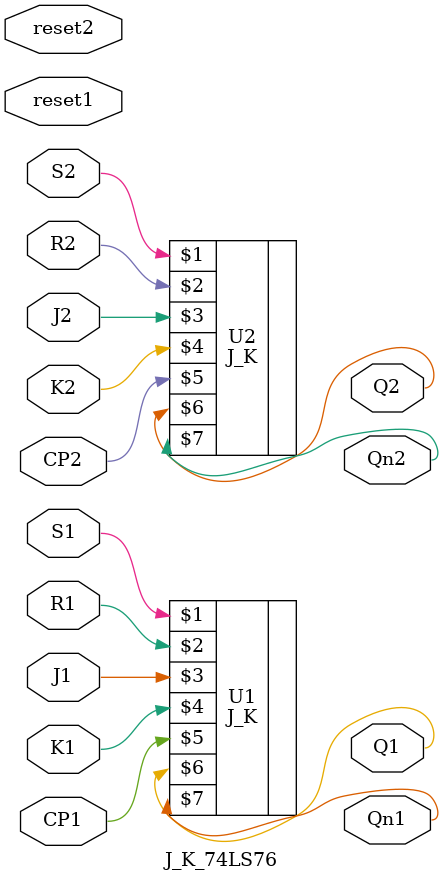
<source format=v>
`timescale 1ns / 1ps

module J_K_74LS76(S1,R1,J1,K1,CP1,CP2,Q1,Qn1,S2,R2,J2,K2,Q2,Qn2,reset1,reset2);
input J1,K1,CP1,CP2,J2,K2,S1,R1,S2,R2,reset1,reset2;
output  Q1,Qn1,Q2,Qn2;

//wire CP1,CP2;
////ÏÈ½«CP·ÖÆµ
//Divider D1(CP,50000000,CP1,reset1);
//Divider D2(CP,25000000,CP2,reset2);

J_K U1(S1,R1,J1,K1,CP1,Q1,Qn1);
J_K U2(S2,R2,J2,K2,CP2,Q2,Qn2);

endmodule

</source>
